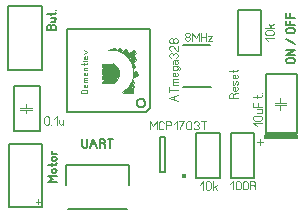
<source format=gbr>
%FSLAX34Y34*%
%MOMM*%
%LNSILK_TOP*%
G71*
G01*
%ADD10C, 0.200*%
%ADD11C, 0.127*%
%ADD12C, 0.089*%
%ADD13C, 0.100*%
%ADD14C, 0.095*%
%ADD15C, 0.050*%
%ADD16C, 0.391*%
%ADD17C, 0.150*%
%ADD18C, 0.111*%
%LPD*%
G54D10*
X54454Y3848D02*
X104441Y3848D01*
G54D10*
X52447Y23838D02*
X52447Y40831D01*
X106448Y40831D01*
X106448Y23838D01*
G54D10*
X53834Y85843D02*
X53834Y155947D01*
X123938Y155947D01*
X123938Y89399D01*
X120382Y85843D01*
X53834Y85843D01*
G54D10*
X115734Y96993D02*
X116318Y97044D01*
X116902Y96993D01*
X117486Y96841D01*
X118020Y96612D01*
X118528Y96282D01*
X118960Y95876D01*
X119315Y95418D01*
X119595Y94910D01*
X119798Y94352D01*
X119899Y93767D01*
X119899Y93158D01*
X119798Y92574D01*
X119595Y92015D01*
X119315Y91507D01*
X118960Y91050D01*
X118528Y90643D01*
X118020Y90313D01*
X117486Y90084D01*
X116902Y89932D01*
X116318Y89881D01*
X115734Y89932D01*
X115150Y90084D01*
X114616Y90313D01*
X114108Y90643D01*
X113676Y91050D01*
X113321Y91507D01*
X113041Y92015D01*
X112838Y92574D01*
X112737Y93158D01*
X112737Y93767D01*
X112838Y94352D01*
X113041Y94910D01*
X113321Y95418D01*
X113676Y95876D01*
X114108Y96282D01*
X114616Y96612D01*
X115150Y96841D01*
X115734Y96993D01*
G54D11*
X66713Y62728D02*
X66713Y56950D01*
X67247Y56061D01*
X68313Y55617D01*
X69380Y55617D01*
X70447Y56061D01*
X70980Y56950D01*
X70980Y62728D01*
G54D11*
X73469Y55617D02*
X76136Y62728D01*
X78803Y55617D01*
G54D11*
X74536Y58284D02*
X77736Y58284D01*
G54D11*
X83425Y59172D02*
X85025Y58284D01*
X85558Y57395D01*
X85558Y55617D01*
G54D11*
X81291Y55617D02*
X81291Y62728D01*
X83958Y62728D01*
X85025Y62284D01*
X85558Y61395D01*
X85558Y60506D01*
X85025Y59617D01*
X83958Y59172D01*
X81291Y59172D01*
G54D11*
X90181Y55617D02*
X90181Y62728D01*
G54D11*
X88047Y62728D02*
X92314Y62728D01*
G54D12*
X147327Y95113D02*
X140216Y97780D01*
X147327Y100447D01*
G54D12*
X144661Y96180D02*
X144661Y99380D01*
G54D12*
X147327Y104536D02*
X140216Y104536D01*
G54D12*
X140216Y102402D02*
X140216Y106669D01*
G54D12*
X147327Y108625D02*
X143327Y108625D01*
G54D12*
X144038Y108625D02*
X143327Y109692D01*
X143594Y110759D01*
X144216Y111292D01*
X147327Y111292D01*
G54D12*
X144038Y111292D02*
X143327Y112359D01*
X143594Y113425D01*
X144216Y113959D01*
X147327Y113959D01*
G54D12*
X146883Y119114D02*
X147327Y118261D01*
X147327Y117194D01*
X146883Y116128D01*
X145994Y115914D01*
X144483Y115914D01*
X143594Y116448D01*
X143327Y117514D01*
X143594Y118581D01*
X144216Y119114D01*
X145105Y119114D01*
X145105Y115914D01*
G54D12*
X148661Y121070D02*
X149105Y122137D01*
X149105Y122884D01*
X148661Y123950D01*
X147772Y124270D01*
X143327Y124270D01*
G54D12*
X144483Y124270D02*
X143594Y123737D01*
X143327Y122670D01*
X143594Y121604D01*
X144483Y121070D01*
X146261Y121070D01*
X147150Y121604D01*
X147327Y122670D01*
X147150Y123737D01*
X146261Y124270D01*
G54D12*
X143772Y126226D02*
X143327Y127293D01*
X143327Y128573D01*
X144216Y129426D01*
X147327Y129426D01*
G54D12*
X145994Y129426D02*
X145105Y128893D01*
X144927Y127826D01*
X145105Y126760D01*
X145994Y126226D01*
X146883Y126440D01*
X147327Y127293D01*
X147327Y127826D01*
X147327Y128040D01*
X146883Y128893D01*
X145994Y129426D01*
G54D12*
X141550Y131382D02*
X140661Y131916D01*
X140216Y132982D01*
X140216Y134049D01*
X140661Y135116D01*
X141550Y135649D01*
X142438Y135649D01*
X143327Y135116D01*
X143772Y134049D01*
X144216Y135116D01*
X145105Y135649D01*
X145994Y135649D01*
X146883Y135116D01*
X147327Y134049D01*
X147327Y132982D01*
X146883Y131916D01*
X145994Y131382D01*
G54D12*
X147327Y141872D02*
X147327Y137605D01*
X146883Y137605D01*
X145994Y138138D01*
X143327Y141338D01*
X142438Y141872D01*
X141550Y141872D01*
X140661Y141338D01*
X140216Y140272D01*
X140216Y139205D01*
X140661Y138138D01*
X141550Y137605D01*
G54D12*
X143772Y146495D02*
X143772Y145428D01*
X143327Y144362D01*
X142438Y143828D01*
X141550Y143828D01*
X140661Y144362D01*
X140216Y145428D01*
X140216Y146495D01*
X140661Y147562D01*
X141550Y148095D01*
X142438Y148095D01*
X143327Y147562D01*
X143772Y146495D01*
X144216Y147562D01*
X145105Y148095D01*
X145994Y148095D01*
X146883Y147562D01*
X147327Y146495D01*
X147327Y145428D01*
X146883Y144362D01*
X145994Y143828D01*
X145105Y143828D01*
X144216Y144362D01*
X143772Y145428D01*
G54D10*
X151846Y142205D02*
X174897Y142205D01*
G54D10*
X152243Y106883D02*
X175294Y106883D01*
G54D12*
X156330Y149379D02*
X155264Y149379D01*
X154197Y149824D01*
X153664Y150712D01*
X153664Y151601D01*
X154197Y152490D01*
X155264Y152935D01*
X156330Y152935D01*
X157397Y152490D01*
X157930Y151601D01*
X157930Y150712D01*
X157397Y149824D01*
X156330Y149379D01*
X157397Y148935D01*
X157930Y148046D01*
X157930Y147157D01*
X157397Y146268D01*
X156330Y145824D01*
X155264Y145824D01*
X154197Y146268D01*
X153664Y147157D01*
X153664Y148046D01*
X154197Y148935D01*
X155264Y149379D01*
G54D12*
X159887Y145824D02*
X159887Y152935D01*
X162553Y148490D01*
X165220Y152935D01*
X165220Y145824D01*
G54D12*
X167176Y145824D02*
X167176Y152935D01*
G54D12*
X171442Y145824D02*
X171442Y152935D01*
G54D12*
X167176Y149379D02*
X171442Y149379D01*
G54D12*
X173399Y149824D02*
X176599Y149824D01*
X173399Y145824D01*
X176599Y145824D01*
G54D10*
X8718Y107439D02*
X30718Y107439D01*
X30718Y69439D01*
X8718Y69439D01*
X8718Y107439D01*
G54D13*
X19024Y92136D02*
X19024Y89296D01*
X24024Y89296D01*
X14024Y89296D01*
G54D13*
X24024Y87296D02*
X14024Y87296D01*
G54D13*
X19024Y87296D02*
X19024Y84852D01*
G54D12*
X38599Y80880D02*
X38599Y76436D01*
X38066Y75547D01*
X36999Y75102D01*
X35932Y75102D01*
X34866Y75547D01*
X34332Y76436D01*
X34332Y80880D01*
X34866Y81769D01*
X35932Y82214D01*
X36999Y82214D01*
X38066Y81769D01*
X38599Y80880D01*
G54D12*
X40555Y75102D02*
X40555Y75102D01*
G54D12*
X42511Y79547D02*
X45178Y82214D01*
X45178Y75102D01*
G54D12*
X50334Y79102D02*
X50334Y75102D01*
G54D12*
X50334Y75991D02*
X49801Y75280D01*
X48734Y75102D01*
X47668Y75280D01*
X47134Y75991D01*
X47134Y79102D01*
G54D10*
X4940Y5359D02*
X32956Y5359D01*
X32956Y58775D01*
X4940Y58775D01*
X4940Y5359D01*
G54D14*
X70988Y101454D02*
X65655Y101454D01*
X65655Y103454D01*
X65988Y104254D01*
X66655Y104654D01*
X69988Y104654D01*
X70655Y104254D01*
X70988Y103454D01*
X70988Y101454D01*
G54D14*
X70655Y108920D02*
X70988Y108280D01*
X70988Y107480D01*
X70655Y106680D01*
X69988Y106520D01*
X68855Y106520D01*
X68188Y106920D01*
X67988Y107720D01*
X68188Y108520D01*
X68655Y108920D01*
X69321Y108920D01*
X69321Y106520D01*
G54D14*
X70988Y110788D02*
X67988Y110788D01*
G54D14*
X68521Y110788D02*
X67988Y111588D01*
X68188Y112388D01*
X68655Y112788D01*
X70988Y112788D01*
G54D14*
X68521Y112788D02*
X67988Y113588D01*
X68188Y114388D01*
X68655Y114788D01*
X70988Y114788D01*
G54D14*
X70655Y119054D02*
X70988Y118414D01*
X70988Y117614D01*
X70655Y116814D01*
X69988Y116654D01*
X68855Y116654D01*
X68188Y117054D01*
X67988Y117854D01*
X68188Y118654D01*
X68655Y119054D01*
X69321Y119054D01*
X69321Y116654D01*
G54D14*
X70988Y120922D02*
X67988Y120922D01*
G54D14*
X68655Y120922D02*
X68188Y121322D01*
X67988Y122122D01*
X68188Y122922D01*
X68655Y123322D01*
X70988Y123322D01*
G54D14*
X65655Y125988D02*
X70655Y125988D01*
X70988Y126388D01*
X70855Y126788D01*
G54D14*
X67988Y125188D02*
X67988Y126788D01*
G54D14*
X70988Y128656D02*
X67988Y128656D01*
G54D14*
X66988Y128656D02*
X66988Y128656D01*
G54D14*
X70655Y132922D02*
X70988Y132282D01*
X70988Y131482D01*
X70655Y130682D01*
X69988Y130522D01*
X68855Y130522D01*
X68188Y130922D01*
X67988Y131722D01*
X68188Y132522D01*
X68655Y132922D01*
X69321Y132922D01*
X69321Y130522D01*
G54D14*
X67988Y134790D02*
X70988Y136390D01*
X67988Y137990D01*
G54D15*
G75*
G01X93272Y110194D02*
G03X93272Y126692I-4763J8249D01*
G01*
G54D15*
G75*
G01X100597Y102010D02*
G03X88165Y138115I-9725J16845D01*
G01*
G36*
X88113Y137889D02*
X94066Y140270D01*
X95256Y137889D01*
X91685Y138286D01*
X88113Y137889D01*
G37*
G54D15*
X88113Y137889D02*
X94066Y140270D01*
X95256Y137889D01*
X91685Y138286D01*
X88113Y137889D01*
G36*
X95653Y137889D02*
X98432Y139873D01*
X100019Y137889D01*
X98828Y136698D01*
X95653Y137889D01*
G37*
G54D15*
X95653Y137889D02*
X98432Y139873D01*
X100019Y137889D01*
X98828Y136698D01*
X95653Y137889D01*
G36*
X100019Y136302D02*
X103988Y139080D01*
X105575Y136698D01*
X103194Y133920D01*
X100019Y136302D01*
G37*
G54D15*
X100019Y136302D02*
X103988Y139080D01*
X105575Y136698D01*
X103194Y133920D01*
X100019Y136302D01*
G36*
X103591Y133920D02*
X110735Y138286D01*
X111925Y135508D01*
X105972Y131539D01*
X103591Y133920D01*
G37*
G54D15*
X103591Y133920D02*
X110735Y138286D01*
X111925Y135508D01*
X105972Y131539D01*
X103591Y133920D01*
G36*
X106766Y130348D02*
X110735Y132730D01*
X111925Y129952D01*
X108750Y127173D01*
X106766Y130348D01*
G37*
G54D15*
X106766Y130348D02*
X110735Y132730D01*
X111925Y129952D01*
X108750Y127173D01*
X106766Y130348D01*
G36*
X108750Y126776D02*
X109941Y127173D01*
X111132Y124395D01*
X110338Y122808D01*
X108750Y126776D01*
G37*
G54D15*
X108750Y126776D02*
X109941Y127173D01*
X111132Y124395D01*
X110338Y122808D01*
X108750Y126776D01*
G36*
X110735Y119236D02*
X112322Y120426D01*
X113513Y117252D01*
X110338Y115664D01*
X110735Y119236D01*
G37*
G54D15*
X110735Y119236D02*
X112322Y120426D01*
X113513Y117252D01*
X110338Y115664D01*
X110735Y119236D01*
G36*
X109147Y111298D02*
X109941Y112489D01*
X110735Y110505D01*
X107956Y108917D01*
X109147Y111298D01*
G37*
G54D15*
X109147Y111298D02*
X109941Y112489D01*
X110735Y110505D01*
X107956Y108917D01*
X109147Y111298D01*
G36*
X107560Y108520D02*
X109544Y109314D01*
X110735Y106933D01*
X104782Y104948D01*
X107560Y108520D01*
G37*
G54D15*
X107560Y108520D02*
X109544Y109314D01*
X110735Y106933D01*
X104782Y104948D01*
X107560Y108520D01*
G36*
X104385Y104552D02*
X109941Y106139D01*
X109941Y102170D01*
X100813Y101773D01*
X104385Y104552D01*
G37*
G54D15*
X104385Y104552D02*
X109941Y106139D01*
X109941Y102170D01*
X100813Y101773D01*
X104385Y104552D01*
G36*
X83350Y126776D02*
X93272Y126776D01*
X96050Y123998D01*
X96844Y122411D01*
X97638Y120426D01*
X97638Y116855D01*
X97241Y115267D01*
X96050Y112886D01*
X93272Y110108D01*
X83747Y110108D01*
X83747Y111298D01*
X86922Y113680D01*
X86922Y114870D01*
X83350Y113680D01*
X83350Y116061D01*
X86525Y119633D01*
X83350Y118045D01*
X83350Y122014D01*
X84938Y123998D01*
X83350Y123602D01*
X83350Y126776D01*
G37*
G54D15*
X83350Y126776D02*
X93272Y126776D01*
X96050Y123998D01*
X96844Y122411D01*
X97638Y120426D01*
X97638Y116855D01*
X97241Y115267D01*
X96050Y112886D01*
X93272Y110108D01*
X83747Y110108D01*
X83747Y111298D01*
X86922Y113680D01*
X86922Y114870D01*
X83350Y113680D01*
X83350Y116061D01*
X86525Y119633D01*
X83350Y118045D01*
X83350Y122014D01*
X84938Y123998D01*
X83350Y123602D01*
X83350Y126776D01*
G54D11*
X44841Y26496D02*
X37730Y26496D01*
X42175Y29163D01*
X37730Y31829D01*
X44841Y31829D01*
G54D11*
X43775Y37518D02*
X41997Y37518D01*
X41108Y36985D01*
X40841Y35918D01*
X41108Y34851D01*
X41997Y34318D01*
X43775Y34318D01*
X44664Y34851D01*
X44841Y35918D01*
X44664Y36985D01*
X43775Y37518D01*
G54D11*
X37730Y41074D02*
X44397Y41074D01*
X44841Y41607D01*
X44664Y42140D01*
G54D11*
X40841Y40007D02*
X40841Y42140D01*
G54D11*
X43775Y47829D02*
X41997Y47829D01*
X41108Y47296D01*
X40841Y46229D01*
X41108Y45162D01*
X41997Y44629D01*
X43775Y44629D01*
X44664Y45162D01*
X44841Y46229D01*
X44664Y47296D01*
X43775Y47829D01*
G54D11*
X44841Y50318D02*
X40841Y50318D01*
G54D11*
X41730Y50318D02*
X40841Y51385D01*
X40841Y52451D01*
G54D11*
X44048Y155355D02*
X36937Y155355D01*
X36937Y158022D01*
X37382Y159088D01*
X38270Y159622D01*
X39159Y159622D01*
X40048Y159088D01*
X40493Y158022D01*
X40937Y159088D01*
X41826Y159622D01*
X42715Y159622D01*
X43604Y159088D01*
X44048Y158022D01*
X44048Y155355D01*
G54D11*
X40493Y155355D02*
X40493Y158022D01*
G54D11*
X40048Y165311D02*
X44048Y165311D01*
G54D11*
X43159Y165311D02*
X43870Y164778D01*
X44048Y163711D01*
X43870Y162644D01*
X43159Y162111D01*
X40048Y162111D01*
G54D11*
X36937Y168867D02*
X43604Y168867D01*
X44048Y169400D01*
X43870Y169933D01*
G54D11*
X40048Y167800D02*
X40048Y169933D01*
G54D11*
X44048Y172422D02*
X44048Y172422D01*
X152585Y31178D02*
G54D16*
D03*
G54D10*
X132078Y64560D02*
X137081Y64560D01*
X137081Y34563D01*
X132078Y34563D01*
X132078Y64560D01*
G54D12*
X124190Y70992D02*
X124190Y78103D01*
X126856Y73659D01*
X129523Y78103D01*
X129523Y70992D01*
G54D12*
X135745Y72326D02*
X135212Y71437D01*
X134145Y70992D01*
X133079Y70992D01*
X132012Y71437D01*
X131479Y72326D01*
X131479Y76770D01*
X132012Y77659D01*
X133079Y78103D01*
X134145Y78103D01*
X135212Y77659D01*
X135745Y76770D01*
G54D12*
X137702Y70992D02*
X137702Y78103D01*
X140368Y78103D01*
X141435Y77659D01*
X141968Y76770D01*
X141968Y75881D01*
X141435Y74992D01*
X140368Y74548D01*
X137702Y74548D01*
G54D12*
X143925Y75437D02*
X146591Y78103D01*
X146591Y70992D01*
G54D12*
X148548Y78103D02*
X152814Y78103D01*
X152281Y77214D01*
X151214Y75881D01*
X150148Y74103D01*
X149614Y72770D01*
X149614Y70992D01*
G54D12*
X159037Y76770D02*
X159037Y72326D01*
X158504Y71437D01*
X157437Y70992D01*
X156371Y70992D01*
X155304Y71437D01*
X154771Y72326D01*
X154771Y76770D01*
X155304Y77659D01*
X156371Y78103D01*
X157437Y78103D01*
X158504Y77659D01*
X159037Y76770D01*
G54D12*
X160994Y76770D02*
X161527Y77659D01*
X162594Y78103D01*
X163660Y78103D01*
X164727Y77659D01*
X165260Y76770D01*
X165260Y75881D01*
X164727Y74992D01*
X163660Y74548D01*
X164727Y74103D01*
X165260Y73214D01*
X165260Y72326D01*
X164727Y71437D01*
X163660Y70992D01*
X162594Y70992D01*
X161527Y71437D01*
X160994Y72326D01*
G54D12*
X169350Y70992D02*
X169350Y78103D01*
G54D12*
X167217Y78103D02*
X171483Y78103D01*
G54D12*
X166372Y24297D02*
X169038Y26963D01*
X169038Y19852D01*
G54D12*
X175261Y25630D02*
X175261Y21186D01*
X174728Y20297D01*
X173661Y19852D01*
X172594Y19852D01*
X171528Y20297D01*
X170994Y21186D01*
X170994Y25630D01*
X171528Y26519D01*
X172594Y26963D01*
X173661Y26963D01*
X174728Y26519D01*
X175261Y25630D01*
G54D12*
X177218Y19852D02*
X177218Y26963D01*
G54D12*
X178818Y22519D02*
X180418Y19852D01*
G54D12*
X177218Y21630D02*
X180418Y23852D01*
G54D17*
X192413Y29964D02*
X212413Y29964D01*
X212413Y67964D01*
X192413Y67964D01*
X192413Y29964D01*
G54D12*
X191758Y24555D02*
X194425Y27221D01*
X194425Y20110D01*
G54D12*
X200648Y25888D02*
X200648Y21444D01*
X200114Y20555D01*
X199048Y20110D01*
X197981Y20110D01*
X196914Y20555D01*
X196381Y21444D01*
X196381Y25888D01*
X196914Y26777D01*
X197981Y27221D01*
X199048Y27221D01*
X200114Y26777D01*
X200648Y25888D01*
G54D12*
X206871Y25888D02*
X206871Y21444D01*
X206337Y20555D01*
X205271Y20110D01*
X204204Y20110D01*
X203137Y20555D01*
X202604Y21444D01*
X202604Y25888D01*
X203137Y26777D01*
X204204Y27221D01*
X205271Y27221D01*
X206337Y26777D01*
X206871Y25888D01*
G54D12*
X210960Y23666D02*
X212560Y22777D01*
X213094Y21888D01*
X213094Y20110D01*
G54D12*
X208827Y20110D02*
X208827Y27221D01*
X211494Y27221D01*
X212560Y26777D01*
X213094Y25888D01*
X213094Y24999D01*
X212560Y24110D01*
X211494Y23666D01*
X208827Y23666D01*
G54D17*
X163044Y29964D02*
X183044Y29964D01*
X183044Y67964D01*
X163044Y67964D01*
X163044Y29964D01*
G54D10*
X4146Y121643D02*
X32162Y121643D01*
X32162Y175060D01*
X4146Y175060D01*
X4146Y121643D01*
G54D12*
X194613Y99720D02*
X195501Y101320D01*
X196390Y101853D01*
X198168Y101853D01*
G54D12*
X198168Y97587D02*
X191057Y97587D01*
X191057Y100253D01*
X191501Y101320D01*
X192390Y101853D01*
X193279Y101853D01*
X194168Y101320D01*
X194613Y100253D01*
X194613Y97587D01*
G54D12*
X197724Y107010D02*
X198168Y106156D01*
X198168Y105090D01*
X197724Y104023D01*
X196835Y103810D01*
X195324Y103810D01*
X194435Y104343D01*
X194168Y105410D01*
X194435Y106476D01*
X195057Y107010D01*
X195946Y107010D01*
X195946Y103810D01*
G54D12*
X197724Y108966D02*
X198168Y110032D01*
X198168Y111099D01*
X197724Y112166D01*
X196835Y112166D01*
X196390Y111632D01*
X195946Y109499D01*
X195501Y108966D01*
X194613Y108966D01*
X194168Y110032D01*
X194168Y111099D01*
X194613Y112166D01*
G54D12*
X197724Y117322D02*
X198168Y116468D01*
X198168Y115402D01*
X197724Y114335D01*
X196835Y114122D01*
X195324Y114122D01*
X194435Y114655D01*
X194168Y115722D01*
X194435Y116788D01*
X195057Y117322D01*
X195946Y117322D01*
X195946Y114122D01*
G54D12*
X191057Y120344D02*
X197724Y120344D01*
X198168Y120878D01*
X197990Y121411D01*
G54D12*
X194168Y119278D02*
X194168Y121411D01*
G54D17*
X218247Y133823D02*
X198247Y133823D01*
X198247Y171823D01*
X218247Y171823D01*
X218247Y133823D01*
G54D12*
X224150Y146042D02*
X221484Y148709D01*
X228595Y148709D01*
G54D12*
X222817Y154932D02*
X227261Y154932D01*
X228150Y154399D01*
X228595Y153332D01*
X228595Y152265D01*
X228150Y151199D01*
X227261Y150665D01*
X222817Y150665D01*
X221928Y151199D01*
X221484Y152265D01*
X221484Y153332D01*
X221928Y154399D01*
X222817Y154932D01*
G54D12*
X228595Y156888D02*
X221484Y156888D01*
G54D12*
X225928Y158488D02*
X228595Y160088D01*
G54D12*
X226817Y156888D02*
X224595Y160088D01*
G54D12*
X29407Y7454D02*
X29407Y11720D01*
G54D12*
X27629Y9587D02*
X31185Y9587D01*
G54D11*
X239320Y66270D02*
X221540Y66270D01*
X248845Y66270D01*
G54D13*
X234455Y87379D02*
X234455Y91807D01*
X239455Y91807D01*
X229455Y91807D01*
G54D10*
X222149Y67798D02*
X248149Y67798D01*
X248149Y117798D01*
X222149Y117798D01*
X222149Y67798D01*
G54D11*
X239320Y64682D02*
X221540Y64682D01*
X248845Y64682D01*
G54D11*
X239320Y65476D02*
X221540Y65476D01*
X248845Y65476D01*
G54D11*
X239320Y63888D02*
X221540Y63888D01*
X248845Y63888D01*
G54D18*
X214430Y60260D02*
X219764Y60260D01*
G54D18*
X217097Y58038D02*
X217097Y62483D01*
G54D13*
X234455Y97827D02*
X234455Y93399D01*
X229455Y93399D01*
X239455Y93399D01*
G54D12*
X214205Y73854D02*
X211539Y76521D01*
X218650Y76521D01*
G54D12*
X212872Y82744D02*
X217316Y82744D01*
X218205Y82211D01*
X218650Y81144D01*
X218650Y80077D01*
X218205Y79011D01*
X217316Y78477D01*
X212872Y78477D01*
X211983Y79011D01*
X211539Y80077D01*
X211539Y81144D01*
X211983Y82211D01*
X212872Y82744D01*
G54D12*
X214650Y87900D02*
X218650Y87900D01*
G54D12*
X217761Y87900D02*
X218472Y87367D01*
X218650Y86300D01*
X218472Y85234D01*
X217761Y84700D01*
X214650Y84700D01*
G54D12*
X218650Y89856D02*
X211539Y89856D01*
X211539Y93590D01*
G54D12*
X215094Y89856D02*
X215094Y93590D01*
G54D12*
X211539Y98675D02*
X218205Y98675D01*
X218650Y99208D01*
X218472Y99742D01*
G54D12*
X214650Y97608D02*
X214650Y99742D01*
G54D12*
X218650Y101697D02*
X218650Y101697D01*
G54D11*
X240712Y131297D02*
X245157Y131297D01*
X246046Y130763D01*
X246490Y129697D01*
X246490Y128630D01*
X246046Y127563D01*
X245157Y127030D01*
X240712Y127030D01*
X239824Y127563D01*
X239379Y128630D01*
X239379Y129697D01*
X239824Y130763D01*
X240712Y131297D01*
G54D11*
X246490Y133786D02*
X239379Y133786D01*
X246490Y138053D01*
X239379Y138053D01*
G54D11*
X246490Y143138D02*
X239379Y147405D01*
G54D11*
X240712Y156757D02*
X245157Y156757D01*
X246046Y156223D01*
X246490Y155157D01*
X246490Y154090D01*
X246046Y153023D01*
X245157Y152490D01*
X240712Y152490D01*
X239824Y153023D01*
X239379Y154090D01*
X239379Y155157D01*
X239824Y156223D01*
X240712Y156757D01*
G54D11*
X246490Y159246D02*
X239379Y159246D01*
X239379Y162979D01*
G54D11*
X242935Y159246D02*
X242935Y162979D01*
G54D11*
X246490Y165468D02*
X239379Y165468D01*
X239379Y169201D01*
G54D11*
X242935Y165468D02*
X242935Y169201D01*
M02*

</source>
